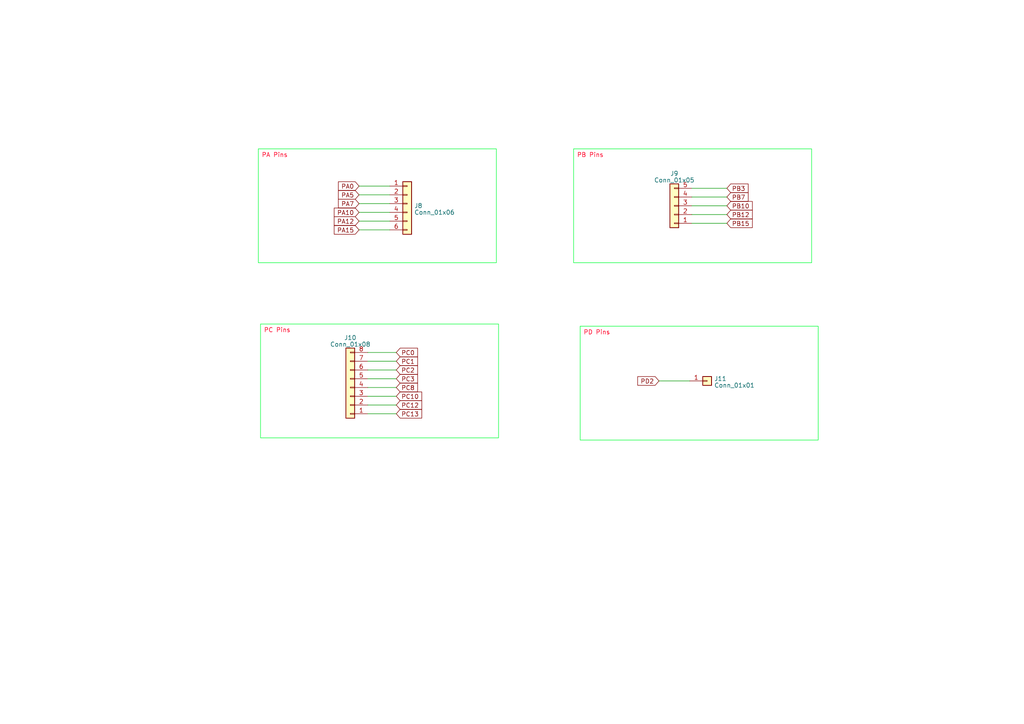
<source format=kicad_sch>
(kicad_sch (version 20230121) (generator eeschema)
  (paper "A4")
  (lib_symbols
    (symbol "Connector_Generic:Conn_01x01" (pin_names (offset 1.016) hide)
      (property "Reference" "J" (at 0 2.54 0))
      (property "Value" "Conn_01x01" (at 0 -2.54 0))
      (symbol "Conn_01x01_1_1"
        (rectangle (start -1.27 0.127) (end 0 -0.127) (stroke (width 0.1524)))
        (rectangle (start -1.27 1.27) (end 1.27 -1.27) (stroke (width 0.254)) (fill (type background)))
        (pin passive line (at -5.08 0 0) (length 3.81) (name "Pin_1") (number "1"))
      )
    )
    (symbol "Connector_Generic:Conn_01x05" (pin_names (offset 1.016) hide)
      (property "Reference" "J" (at 0 7.62 0))
      (property "Value" "Conn_01x05" (at 0 -7.62 0))
      (symbol "Conn_01x05_1_1"
        (rectangle (start -1.27 -4.953) (end 0 -5.207) (stroke (width 0.1524)))
        (rectangle (start -1.27 -2.413) (end 0 -2.667) (stroke (width 0.1524)))
        (rectangle (start -1.27 0.127) (end 0 -0.127) (stroke (width 0.1524)))
        (rectangle (start -1.27 2.667) (end 0 2.413) (stroke (width 0.1524)))
        (rectangle (start -1.27 5.207) (end 0 4.953) (stroke (width 0.1524)))
        (rectangle (start -1.27 6.35) (end 1.27 -6.35) (stroke (width 0.254)) (fill (type background)))
        (pin passive line (at -5.08 5.08 0) (length 3.81) (name "Pin_1") (number "1"))
        (pin passive line (at -5.08 2.54 0) (length 3.81) (name "Pin_2") (number "2"))
        (pin passive line (at -5.08 0 0) (length 3.81) (name "Pin_3") (number "3"))
        (pin passive line (at -5.08 -2.54 0) (length 3.81) (name "Pin_4") (number "4"))
        (pin passive line (at -5.08 -5.08 0) (length 3.81) (name "Pin_5") (number "5"))
      )
    )
    (symbol "Connector_Generic:Conn_01x06" (pin_names (offset 1.016) hide)
      (property "Reference" "J" (at 0 7.62 0))
      (property "Value" "Conn_01x06" (at 0 -10.16 0))
      (symbol "Conn_01x06_1_1"
        (rectangle (start -1.27 -7.493) (end 0 -7.747) (stroke (width 0.1524)))
        (rectangle (start -1.27 -4.953) (end 0 -5.207) (stroke (width 0.1524)))
        (rectangle (start -1.27 -2.413) (end 0 -2.667) (stroke (width 0.1524)))
        (rectangle (start -1.27 0.127) (end 0 -0.127) (stroke (width 0.1524)))
        (rectangle (start -1.27 2.667) (end 0 2.413) (stroke (width 0.1524)))
        (rectangle (start -1.27 5.207) (end 0 4.953) (stroke (width 0.1524)))
        (rectangle (start -1.27 6.35) (end 1.27 -8.89) (stroke (width 0.254)) (fill (type background)))
        (pin passive line (at -5.08 5.08 0) (length 3.81) (name "Pin_1") (number "1"))
        (pin passive line (at -5.08 2.54 0) (length 3.81) (name "Pin_2") (number "2"))
        (pin passive line (at -5.08 0 0) (length 3.81) (name "Pin_3") (number "3"))
        (pin passive line (at -5.08 -2.54 0) (length 3.81) (name "Pin_4") (number "4"))
        (pin passive line (at -5.08 -5.08 0) (length 3.81) (name "Pin_5") (number "5"))
        (pin passive line (at -5.08 -7.62 0) (length 3.81) (name "Pin_6") (number "6"))
      )
    )
    (symbol "Connector_Generic:Conn_01x08" (pin_names (offset 1.016) hide)
      (property "Reference" "J" (at 0 10.16 0))
      (property "Value" "Conn_01x08" (at 0 -12.7 0))
      (symbol "Conn_01x08_1_1"
        (rectangle (start -1.27 -10.033) (end 0 -10.287) (stroke (width 0.1524)))
        (rectangle (start -1.27 -7.493) (end 0 -7.747) (stroke (width 0.1524)))
        (rectangle (start -1.27 -4.953) (end 0 -5.207) (stroke (width 0.1524)))
        (rectangle (start -1.27 -2.413) (end 0 -2.667) (stroke (width 0.1524)))
        (rectangle (start -1.27 0.127) (end 0 -0.127) (stroke (width 0.1524)))
        (rectangle (start -1.27 2.667) (end 0 2.413) (stroke (width 0.1524)))
        (rectangle (start -1.27 5.207) (end 0 4.953) (stroke (width 0.1524)))
        (rectangle (start -1.27 7.747) (end 0 7.493) (stroke (width 0.1524)))
        (rectangle (start -1.27 8.89) (end 1.27 -11.43) (stroke (width 0.254)) (fill (type background)))
        (pin passive line (at -5.08 7.62 0) (length 3.81) (name "Pin_1") (number "1"))
        (pin passive line (at -5.08 5.08 0) (length 3.81) (name "Pin_2") (number "2"))
        (pin passive line (at -5.08 2.54 0) (length 3.81) (name "Pin_3") (number "3"))
        (pin passive line (at -5.08 0 0) (length 3.81) (name "Pin_4") (number "4"))
        (pin passive line (at -5.08 -2.54 0) (length 3.81) (name "Pin_5") (number "5"))
        (pin passive line (at -5.08 -5.08 0) (length 3.81) (name "Pin_6") (number "6"))
        (pin passive line (at -5.08 -7.62 0) (length 3.81) (name "Pin_7") (number "7"))
        (pin passive line (at -5.08 -10.16 0) (length 3.81) (name "Pin_8") (number "8"))
      )
    )
  )
  (wire (pts (xy 113.03 61.595) (xy 104.14 61.595)))
  (wire (pts (xy 106.68 117.475) (xy 114.935 117.475)))
  (wire (pts (xy 106.68 112.395) (xy 114.935 112.395)))
  (wire (pts (xy 106.68 102.235) (xy 114.935 102.235)))
  (wire (pts (xy 113.03 53.975) (xy 104.14 53.975)))
  (wire (pts (xy 113.03 59.055) (xy 104.14 59.055)))
  (wire (pts (xy 200.66 59.69) (xy 210.82 59.69)))
  (wire (pts (xy 106.68 120.015) (xy 114.935 120.015)))
  (wire (pts (xy 113.03 66.675) (xy 104.14 66.675)))
  (wire (pts (xy 200.66 57.15) (xy 210.82 57.15)))
  (wire (pts (xy 106.68 107.315) (xy 114.935 107.315)))
  (wire (pts (xy 106.68 104.775) (xy 114.935 104.775)))
  (wire (pts (xy 200.66 62.23) (xy 210.82 62.23)))
  (wire (pts (xy 200.66 64.77) (xy 210.82 64.77)))
  (wire (pts (xy 106.68 109.855) (xy 114.935 109.855)))
  (wire (pts (xy 200.66 54.61) (xy 210.82 54.61)))
  (wire (pts (xy 113.03 64.135) (xy 104.14 64.135)))
  (wire (pts (xy 106.68 114.935) (xy 114.935 114.935)))
  (wire (pts (xy 191.135 110.49) (xy 200.025 110.49)))
  (wire (pts (xy 113.03 56.515) (xy 104.14 56.515)))
  (text_box "PA Pins\n" (at 74.93 43.18 0) (size 69.0372 33.02) (stroke (width 0) (color 0 255 52 1)) (effects (font (size 1.27 1.27)) (justify left top)))
  (text_box "PB Pins\n\n" (at 166.37 43.18 0) (size 69.0372 33.02) (stroke (width 0) (color 0 255 52 1)) (effects (font (size 1.27 1.27)) (justify left top)))
  (text_box "PC Pins\n" (at 75.565 93.98 0) (size 69.0372 33.02) (stroke (width 0) (color 0 255 52 1)) (effects (font (size 1.27 1.27)) (justify left top)))
  (text_box "PD Pins\n" (at 168.275 94.615 0) (size 69.0372 33.02) (stroke (width 0) (color 0 255 52 1)) (effects (font (size 1.27 1.27)) (justify left top)))
  (global_label "PC0" (shape input) (at 114.935 102.235 0) (property "Intersheetrefs" "${INTERSHEET_REFS}" (effects hide)))
  (global_label "PB7" (shape input) (at 210.82 57.15 0) (property "Intersheetrefs" "${INTERSHEET_REFS}" (effects hide)))
  (global_label "PC13" (shape input) (at 114.935 120.015 0) (property "Intersheetrefs" "${INTERSHEET_REFS}" (effects hide)))
  (global_label "PD2" (shape input) (at 191.135 110.49 180) (property "Intersheetrefs" "${INTERSHEET_REFS}" (effects hide)))
  (global_label "PA15" (shape input) (at 104.14 66.675 180) (property "Intersheetrefs" "${INTERSHEET_REFS}" (effects hide)))
  (global_label "PA0" (shape input) (at 104.14 53.975 180) (property "Intersheetrefs" "${INTERSHEET_REFS}" (effects hide)))
  (global_label "PC12" (shape input) (at 114.935 117.475 0) (property "Intersheetrefs" "${INTERSHEET_REFS}" (effects hide)))
  (global_label "PB15" (shape input) (at 210.82 64.77 0) (property "Intersheetrefs" "${INTERSHEET_REFS}" (effects hide)))
  (global_label "PB3" (shape input) (at 210.82 54.61 0) (property "Intersheetrefs" "${INTERSHEET_REFS}" (effects hide)))
  (global_label "PC10" (shape input) (at 114.935 114.935 0) (property "Intersheetrefs" "${INTERSHEET_REFS}" (effects hide)))
  (global_label "PA7" (shape input) (at 104.14 59.055 180) (property "Intersheetrefs" "${INTERSHEET_REFS}" (effects hide)))
  (global_label "PC2" (shape input) (at 114.935 107.315 0) (property "Intersheetrefs" "${INTERSHEET_REFS}" (effects hide)))
  (global_label "PC8" (shape input) (at 114.935 112.395 0) (property "Intersheetrefs" "${INTERSHEET_REFS}" (effects hide)))
  (global_label "PA5" (shape input) (at 104.14 56.515 180) (property "Intersheetrefs" "${INTERSHEET_REFS}" (effects hide)))
  (global_label "PC1" (shape input) (at 114.935 104.775 0) (property "Intersheetrefs" "${INTERSHEET_REFS}" (effects hide)))
  (global_label "PC3" (shape input) (at 114.935 109.855 0) (property "Intersheetrefs" "${INTERSHEET_REFS}" (effects hide)))
  (global_label "PA12" (shape input) (at 104.14 64.135 180) (property "Intersheetrefs" "${INTERSHEET_REFS}" (effects hide)))
  (global_label "PA10" (shape input) (at 104.14 61.595 180) (property "Intersheetrefs" "${INTERSHEET_REFS}" (effects hide)))
  (global_label "PB10" (shape input) (at 210.82 59.69 0) (property "Intersheetrefs" "${INTERSHEET_REFS}" (effects hide)))
  (global_label "PB12" (shape input) (at 210.82 62.23 0) (property "Intersheetrefs" "${INTERSHEET_REFS}" (effects hide)))
  (symbol (lib_id "Connector_Generic:Conn_01x08") (at 101.6 112.395 180) (unit 1)
    (property "Reference" "J10" (at 101.6 97.9551 0))
    (property "Value" "Conn_01x08" (at 101.6 99.8761 0))
    (property "Footprint" "Connector_PinHeader_2.54mm:PinHeader_1x08_P2.54mm_Vertical" (effects hide))
  )
  (symbol (lib_id "Connector_Generic:Conn_01x06") (at 118.11 59.055 0) (unit 1)
    (property "Reference" "J8" (at 120.142 59.6813 0) (effects (justify left)))
    (property "Value" "Conn_01x06" (at 120.142 61.6023 0) (effects (justify left)))
    (property "Footprint" "Connector_PinHeader_2.54mm:PinHeader_1x06_P2.54mm_Vertical" (effects hide))
  )
  (symbol (lib_id "Connector_Generic:Conn_01x05") (at 195.58 59.69 180) (unit 1)
    (property "Reference" "J9" (at 195.58 50.3301 0))
    (property "Value" "Conn_01x05" (at 195.58 52.2511 0))
    (property "Footprint" "Connector_PinHeader_2.54mm:PinHeader_1x05_P2.54mm_Vertical" (effects hide))
  )
  (symbol (lib_id "Connector_Generic:Conn_01x01") (at 205.105 110.49 0) (unit 1)
    (property "Reference" "J11" (at 207.137 109.8463 0) (effects (justify left)))
    (property "Value" "Conn_01x01" (at 207.137 111.7673 0) (effects (justify left)))
    (property "Footprint" "Connector_PinHeader_2.54mm:PinHeader_1x01_P2.54mm_Vertical" (effects hide))
  )
)
</source>
